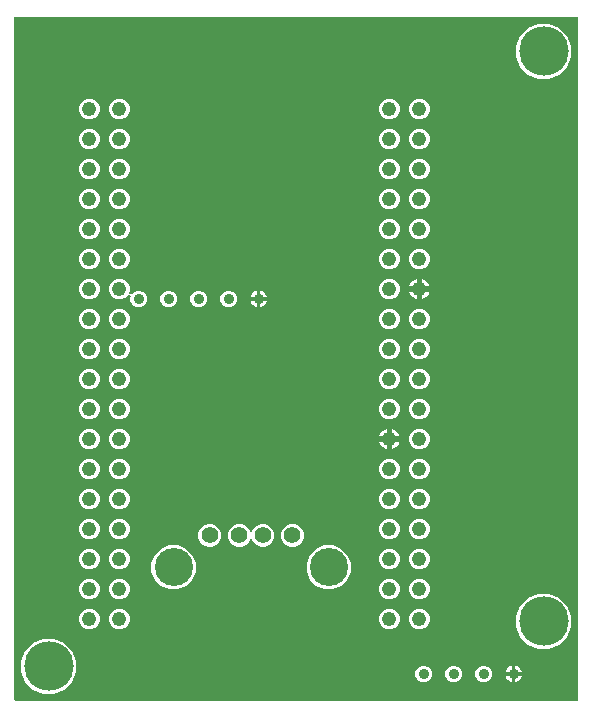
<source format=gbr>
G04 EAGLE Gerber RS-274X export*
G75*
%MOMM*%
%FSLAX34Y34*%
%LPD*%
%INCopper Layer 15*%
%IPPOS*%
%AMOC8*
5,1,8,0,0,1.08239X$1,22.5*%
G01*
%ADD10C,0.904800*%
%ADD11C,1.400000*%
%ADD12C,3.220000*%
%ADD13C,1.244600*%
%ADD14C,4.191000*%

G36*
X478908Y2556D02*
X478908Y2556D01*
X479027Y2563D01*
X479065Y2576D01*
X479106Y2581D01*
X479216Y2624D01*
X479329Y2661D01*
X479364Y2683D01*
X479401Y2698D01*
X479497Y2767D01*
X479598Y2831D01*
X479626Y2861D01*
X479659Y2884D01*
X479735Y2976D01*
X479816Y3063D01*
X479836Y3098D01*
X479861Y3129D01*
X479912Y3237D01*
X479970Y3341D01*
X479980Y3381D01*
X479997Y3417D01*
X480019Y3534D01*
X480049Y3649D01*
X480053Y3709D01*
X480057Y3729D01*
X480055Y3750D01*
X480059Y3810D01*
X480059Y580390D01*
X480044Y580508D01*
X480037Y580627D01*
X480024Y580665D01*
X480019Y580706D01*
X479976Y580816D01*
X479939Y580929D01*
X479917Y580964D01*
X479902Y581001D01*
X479833Y581097D01*
X479769Y581198D01*
X479739Y581226D01*
X479716Y581259D01*
X479624Y581335D01*
X479537Y581416D01*
X479502Y581436D01*
X479471Y581461D01*
X479363Y581512D01*
X479259Y581570D01*
X479219Y581580D01*
X479183Y581597D01*
X479066Y581619D01*
X478951Y581649D01*
X478891Y581653D01*
X478871Y581657D01*
X478850Y581655D01*
X478790Y581659D01*
X3810Y581659D01*
X3692Y581644D01*
X3573Y581637D01*
X3535Y581624D01*
X3494Y581619D01*
X3384Y581576D01*
X3271Y581539D01*
X3236Y581517D01*
X3199Y581502D01*
X3103Y581433D01*
X3002Y581369D01*
X2974Y581339D01*
X2941Y581316D01*
X2865Y581224D01*
X2784Y581137D01*
X2764Y581102D01*
X2739Y581071D01*
X2688Y580963D01*
X2630Y580859D01*
X2620Y580819D01*
X2603Y580783D01*
X2581Y580666D01*
X2551Y580551D01*
X2547Y580491D01*
X2543Y580471D01*
X2545Y580450D01*
X2541Y580390D01*
X2541Y3810D01*
X2556Y3692D01*
X2563Y3573D01*
X2576Y3535D01*
X2581Y3494D01*
X2624Y3384D01*
X2661Y3271D01*
X2683Y3236D01*
X2698Y3199D01*
X2767Y3103D01*
X2831Y3002D01*
X2861Y2974D01*
X2884Y2941D01*
X2976Y2865D01*
X3063Y2784D01*
X3098Y2764D01*
X3129Y2739D01*
X3237Y2688D01*
X3341Y2630D01*
X3381Y2620D01*
X3417Y2603D01*
X3534Y2581D01*
X3649Y2551D01*
X3709Y2547D01*
X3729Y2543D01*
X3750Y2545D01*
X3810Y2541D01*
X478790Y2541D01*
X478908Y2556D01*
G37*
%LPC*%
G36*
X446176Y528954D02*
X446176Y528954D01*
X437541Y532531D01*
X430931Y539141D01*
X427354Y547776D01*
X427354Y557124D01*
X430931Y565759D01*
X437541Y572369D01*
X446176Y575946D01*
X455524Y575946D01*
X464159Y572369D01*
X470769Y565759D01*
X474346Y557124D01*
X474346Y547776D01*
X470769Y539141D01*
X464159Y532531D01*
X455524Y528954D01*
X446176Y528954D01*
G37*
%LPD*%
%LPC*%
G36*
X27076Y8254D02*
X27076Y8254D01*
X18441Y11831D01*
X11831Y18441D01*
X8254Y27076D01*
X8254Y36424D01*
X11831Y45059D01*
X18441Y51669D01*
X27076Y55246D01*
X36424Y55246D01*
X45059Y51669D01*
X51669Y45059D01*
X55246Y36424D01*
X55246Y27076D01*
X51669Y18441D01*
X45059Y11831D01*
X36424Y8254D01*
X27076Y8254D01*
G37*
%LPD*%
%LPC*%
G36*
X446176Y46354D02*
X446176Y46354D01*
X437541Y49931D01*
X430931Y56541D01*
X427354Y65176D01*
X427354Y74524D01*
X430931Y83159D01*
X437541Y89769D01*
X446176Y93346D01*
X455524Y93346D01*
X464159Y89769D01*
X470769Y83159D01*
X474346Y74524D01*
X474346Y65176D01*
X470769Y56541D01*
X464159Y49931D01*
X455524Y46354D01*
X446176Y46354D01*
G37*
%LPD*%
%LPC*%
G36*
X133792Y96858D02*
X133792Y96858D01*
X126941Y99696D01*
X121697Y104940D01*
X118859Y111791D01*
X118859Y119207D01*
X121697Y126058D01*
X126941Y131302D01*
X133792Y134140D01*
X141208Y134140D01*
X148059Y131302D01*
X153303Y126058D01*
X156141Y119207D01*
X156141Y111791D01*
X153303Y104940D01*
X148059Y99696D01*
X141208Y96858D01*
X133792Y96858D01*
G37*
%LPD*%
%LPC*%
G36*
X265192Y96858D02*
X265192Y96858D01*
X258341Y99696D01*
X253097Y104940D01*
X250259Y111791D01*
X250259Y119207D01*
X253097Y126058D01*
X258341Y131302D01*
X265192Y134140D01*
X272608Y134140D01*
X279459Y131302D01*
X284703Y126058D01*
X287541Y119207D01*
X287541Y111791D01*
X284703Y104940D01*
X279459Y99696D01*
X272608Y96858D01*
X265192Y96858D01*
G37*
%LPD*%
%LPC*%
G36*
X191302Y133059D02*
X191302Y133059D01*
X187796Y134512D01*
X185112Y137196D01*
X183659Y140702D01*
X183659Y144498D01*
X185112Y148004D01*
X187796Y150688D01*
X191302Y152141D01*
X195098Y152141D01*
X198604Y150688D01*
X201288Y148004D01*
X202027Y146220D01*
X202096Y146099D01*
X202161Y145976D01*
X202175Y145961D01*
X202185Y145944D01*
X202282Y145844D01*
X202375Y145741D01*
X202392Y145730D01*
X202406Y145715D01*
X202524Y145643D01*
X202641Y145566D01*
X202660Y145560D01*
X202677Y145549D01*
X202810Y145508D01*
X202942Y145463D01*
X202962Y145461D01*
X202981Y145455D01*
X203120Y145449D01*
X203259Y145438D01*
X203279Y145441D01*
X203299Y145440D01*
X203435Y145468D01*
X203572Y145492D01*
X203591Y145501D01*
X203610Y145505D01*
X203735Y145566D01*
X203862Y145623D01*
X203878Y145635D01*
X203896Y145644D01*
X204002Y145735D01*
X204110Y145821D01*
X204123Y145838D01*
X204138Y145851D01*
X204218Y145965D01*
X204302Y146075D01*
X204314Y146101D01*
X204321Y146111D01*
X204328Y146130D01*
X204373Y146220D01*
X205112Y148004D01*
X207796Y150688D01*
X211302Y152141D01*
X215098Y152141D01*
X218604Y150688D01*
X221288Y148004D01*
X222741Y144498D01*
X222741Y140702D01*
X221288Y137196D01*
X218604Y134512D01*
X215098Y133059D01*
X211302Y133059D01*
X207796Y134512D01*
X205112Y137196D01*
X204373Y138980D01*
X204304Y139100D01*
X204239Y139224D01*
X204225Y139239D01*
X204215Y139256D01*
X204119Y139356D01*
X204025Y139459D01*
X204008Y139470D01*
X203994Y139485D01*
X203875Y139557D01*
X203759Y139634D01*
X203740Y139640D01*
X203723Y139651D01*
X203590Y139692D01*
X203458Y139737D01*
X203438Y139739D01*
X203419Y139745D01*
X203280Y139751D01*
X203141Y139762D01*
X203121Y139759D01*
X203101Y139760D01*
X202965Y139732D01*
X202828Y139708D01*
X202809Y139699D01*
X202790Y139695D01*
X202665Y139634D01*
X202538Y139577D01*
X202522Y139565D01*
X202504Y139556D01*
X202398Y139465D01*
X202290Y139379D01*
X202277Y139362D01*
X202262Y139349D01*
X202182Y139236D01*
X202098Y139125D01*
X202086Y139099D01*
X202079Y139089D01*
X202072Y139070D01*
X202027Y138980D01*
X201288Y137196D01*
X198604Y134512D01*
X195098Y133059D01*
X191302Y133059D01*
G37*
%LPD*%
%LPC*%
G36*
X106545Y335835D02*
X106545Y335835D01*
X103948Y336911D01*
X101961Y338898D01*
X100885Y341495D01*
X100885Y344305D01*
X101050Y344703D01*
X101068Y344770D01*
X101096Y344834D01*
X101110Y344923D01*
X101134Y345010D01*
X101135Y345079D01*
X101146Y345148D01*
X101138Y345238D01*
X101139Y345328D01*
X101123Y345395D01*
X101116Y345465D01*
X101086Y345550D01*
X101065Y345637D01*
X101032Y345698D01*
X101009Y345764D01*
X100958Y345839D01*
X100916Y345918D01*
X100869Y345970D01*
X100830Y346027D01*
X100763Y346087D01*
X100702Y346153D01*
X100644Y346192D01*
X100592Y346238D01*
X100512Y346279D01*
X100437Y346328D01*
X100370Y346351D01*
X100308Y346382D01*
X100221Y346402D01*
X100136Y346431D01*
X100066Y346437D01*
X99998Y346452D01*
X99908Y346449D01*
X99819Y346456D01*
X99750Y346445D01*
X99680Y346442D01*
X99594Y346417D01*
X99505Y346402D01*
X99442Y346373D01*
X99375Y346354D01*
X99297Y346308D01*
X99215Y346272D01*
X99161Y346228D01*
X99101Y346192D01*
X98980Y346086D01*
X96664Y343770D01*
X93443Y342436D01*
X89957Y342436D01*
X86736Y343770D01*
X84270Y346236D01*
X82936Y349457D01*
X82936Y352943D01*
X84270Y356164D01*
X86736Y358630D01*
X89957Y359964D01*
X93443Y359964D01*
X96664Y358630D01*
X99130Y356164D01*
X100464Y352943D01*
X100464Y349457D01*
X100040Y348435D01*
X100022Y348367D01*
X99994Y348303D01*
X99980Y348215D01*
X99956Y348128D01*
X99955Y348058D01*
X99944Y347989D01*
X99953Y347900D01*
X99951Y347810D01*
X99968Y347742D01*
X99974Y347673D01*
X100005Y347588D01*
X100026Y347501D01*
X100058Y347439D01*
X100082Y347373D01*
X100132Y347299D01*
X100174Y347220D01*
X100221Y347168D01*
X100260Y347110D01*
X100328Y347051D01*
X100388Y346984D01*
X100446Y346946D01*
X100499Y346900D01*
X100579Y346859D01*
X100654Y346810D01*
X100720Y346787D01*
X100782Y346755D01*
X100870Y346736D01*
X100955Y346706D01*
X101024Y346701D01*
X101092Y346686D01*
X101182Y346688D01*
X101272Y346681D01*
X101341Y346693D01*
X101410Y346695D01*
X101497Y346720D01*
X101585Y346736D01*
X101649Y346764D01*
X101716Y346784D01*
X101793Y346829D01*
X101875Y346866D01*
X101930Y346910D01*
X101990Y346945D01*
X102111Y347052D01*
X103948Y348889D01*
X106545Y349965D01*
X109355Y349965D01*
X111952Y348889D01*
X113939Y346902D01*
X115015Y344305D01*
X115015Y341495D01*
X113939Y338898D01*
X111952Y336911D01*
X109355Y335835D01*
X106545Y335835D01*
G37*
%LPD*%
%LPC*%
G36*
X236302Y133059D02*
X236302Y133059D01*
X232796Y134512D01*
X230112Y137196D01*
X228659Y140702D01*
X228659Y144498D01*
X230112Y148004D01*
X232796Y150688D01*
X236302Y152141D01*
X240098Y152141D01*
X243604Y150688D01*
X246288Y148004D01*
X247741Y144498D01*
X247741Y140702D01*
X246288Y137196D01*
X243604Y134512D01*
X240098Y133059D01*
X236302Y133059D01*
G37*
%LPD*%
%LPC*%
G36*
X166302Y133059D02*
X166302Y133059D01*
X162796Y134512D01*
X160112Y137196D01*
X158659Y140702D01*
X158659Y144498D01*
X160112Y148004D01*
X162796Y150688D01*
X166302Y152141D01*
X170098Y152141D01*
X173604Y150688D01*
X176288Y148004D01*
X177741Y144498D01*
X177741Y140702D01*
X176288Y137196D01*
X173604Y134512D01*
X170098Y133059D01*
X166302Y133059D01*
G37*
%LPD*%
%LPC*%
G36*
X343957Y494836D02*
X343957Y494836D01*
X340736Y496170D01*
X338270Y498636D01*
X336936Y501857D01*
X336936Y505343D01*
X338270Y508564D01*
X340736Y511030D01*
X343957Y512364D01*
X347443Y512364D01*
X350664Y511030D01*
X353130Y508564D01*
X354464Y505343D01*
X354464Y501857D01*
X353130Y498636D01*
X350664Y496170D01*
X347443Y494836D01*
X343957Y494836D01*
G37*
%LPD*%
%LPC*%
G36*
X318557Y494836D02*
X318557Y494836D01*
X315336Y496170D01*
X312870Y498636D01*
X311536Y501857D01*
X311536Y505343D01*
X312870Y508564D01*
X315336Y511030D01*
X318557Y512364D01*
X322043Y512364D01*
X325264Y511030D01*
X327730Y508564D01*
X329064Y505343D01*
X329064Y501857D01*
X327730Y498636D01*
X325264Y496170D01*
X322043Y494836D01*
X318557Y494836D01*
G37*
%LPD*%
%LPC*%
G36*
X89957Y494836D02*
X89957Y494836D01*
X86736Y496170D01*
X84270Y498636D01*
X82936Y501857D01*
X82936Y505343D01*
X84270Y508564D01*
X86736Y511030D01*
X89957Y512364D01*
X93443Y512364D01*
X96664Y511030D01*
X99130Y508564D01*
X100464Y505343D01*
X100464Y501857D01*
X99130Y498636D01*
X96664Y496170D01*
X93443Y494836D01*
X89957Y494836D01*
G37*
%LPD*%
%LPC*%
G36*
X64557Y494836D02*
X64557Y494836D01*
X61336Y496170D01*
X58870Y498636D01*
X57536Y501857D01*
X57536Y505343D01*
X58870Y508564D01*
X61336Y511030D01*
X64557Y512364D01*
X68043Y512364D01*
X71264Y511030D01*
X73730Y508564D01*
X75064Y505343D01*
X75064Y501857D01*
X73730Y498636D01*
X71264Y496170D01*
X68043Y494836D01*
X64557Y494836D01*
G37*
%LPD*%
%LPC*%
G36*
X343957Y469436D02*
X343957Y469436D01*
X340736Y470770D01*
X338270Y473236D01*
X336936Y476457D01*
X336936Y479943D01*
X338270Y483164D01*
X340736Y485630D01*
X343957Y486964D01*
X347443Y486964D01*
X350664Y485630D01*
X353130Y483164D01*
X354464Y479943D01*
X354464Y476457D01*
X353130Y473236D01*
X350664Y470770D01*
X347443Y469436D01*
X343957Y469436D01*
G37*
%LPD*%
%LPC*%
G36*
X318557Y469436D02*
X318557Y469436D01*
X315336Y470770D01*
X312870Y473236D01*
X311536Y476457D01*
X311536Y479943D01*
X312870Y483164D01*
X315336Y485630D01*
X318557Y486964D01*
X322043Y486964D01*
X325264Y485630D01*
X327730Y483164D01*
X329064Y479943D01*
X329064Y476457D01*
X327730Y473236D01*
X325264Y470770D01*
X322043Y469436D01*
X318557Y469436D01*
G37*
%LPD*%
%LPC*%
G36*
X89957Y469436D02*
X89957Y469436D01*
X86736Y470770D01*
X84270Y473236D01*
X82936Y476457D01*
X82936Y479943D01*
X84270Y483164D01*
X86736Y485630D01*
X89957Y486964D01*
X93443Y486964D01*
X96664Y485630D01*
X99130Y483164D01*
X100464Y479943D01*
X100464Y476457D01*
X99130Y473236D01*
X96664Y470770D01*
X93443Y469436D01*
X89957Y469436D01*
G37*
%LPD*%
%LPC*%
G36*
X64557Y469436D02*
X64557Y469436D01*
X61336Y470770D01*
X58870Y473236D01*
X57536Y476457D01*
X57536Y479943D01*
X58870Y483164D01*
X61336Y485630D01*
X64557Y486964D01*
X68043Y486964D01*
X71264Y485630D01*
X73730Y483164D01*
X75064Y479943D01*
X75064Y476457D01*
X73730Y473236D01*
X71264Y470770D01*
X68043Y469436D01*
X64557Y469436D01*
G37*
%LPD*%
%LPC*%
G36*
X343957Y444036D02*
X343957Y444036D01*
X340736Y445370D01*
X338270Y447836D01*
X336936Y451057D01*
X336936Y454543D01*
X338270Y457764D01*
X340736Y460230D01*
X343957Y461564D01*
X347443Y461564D01*
X350664Y460230D01*
X353130Y457764D01*
X354464Y454543D01*
X354464Y451057D01*
X353130Y447836D01*
X350664Y445370D01*
X347443Y444036D01*
X343957Y444036D01*
G37*
%LPD*%
%LPC*%
G36*
X318557Y444036D02*
X318557Y444036D01*
X315336Y445370D01*
X312870Y447836D01*
X311536Y451057D01*
X311536Y454543D01*
X312870Y457764D01*
X315336Y460230D01*
X318557Y461564D01*
X322043Y461564D01*
X325264Y460230D01*
X327730Y457764D01*
X329064Y454543D01*
X329064Y451057D01*
X327730Y447836D01*
X325264Y445370D01*
X322043Y444036D01*
X318557Y444036D01*
G37*
%LPD*%
%LPC*%
G36*
X64557Y444036D02*
X64557Y444036D01*
X61336Y445370D01*
X58870Y447836D01*
X57536Y451057D01*
X57536Y454543D01*
X58870Y457764D01*
X61336Y460230D01*
X64557Y461564D01*
X68043Y461564D01*
X71264Y460230D01*
X73730Y457764D01*
X75064Y454543D01*
X75064Y451057D01*
X73730Y447836D01*
X71264Y445370D01*
X68043Y444036D01*
X64557Y444036D01*
G37*
%LPD*%
%LPC*%
G36*
X343957Y418636D02*
X343957Y418636D01*
X340736Y419970D01*
X338270Y422436D01*
X336936Y425657D01*
X336936Y429143D01*
X338270Y432364D01*
X340736Y434830D01*
X343957Y436164D01*
X347443Y436164D01*
X350664Y434830D01*
X353130Y432364D01*
X354464Y429143D01*
X354464Y425657D01*
X353130Y422436D01*
X350664Y419970D01*
X347443Y418636D01*
X343957Y418636D01*
G37*
%LPD*%
%LPC*%
G36*
X318557Y418636D02*
X318557Y418636D01*
X315336Y419970D01*
X312870Y422436D01*
X311536Y425657D01*
X311536Y429143D01*
X312870Y432364D01*
X315336Y434830D01*
X318557Y436164D01*
X322043Y436164D01*
X325264Y434830D01*
X327730Y432364D01*
X329064Y429143D01*
X329064Y425657D01*
X327730Y422436D01*
X325264Y419970D01*
X322043Y418636D01*
X318557Y418636D01*
G37*
%LPD*%
%LPC*%
G36*
X89957Y418636D02*
X89957Y418636D01*
X86736Y419970D01*
X84270Y422436D01*
X82936Y425657D01*
X82936Y429143D01*
X84270Y432364D01*
X86736Y434830D01*
X89957Y436164D01*
X93443Y436164D01*
X96664Y434830D01*
X99130Y432364D01*
X100464Y429143D01*
X100464Y425657D01*
X99130Y422436D01*
X96664Y419970D01*
X93443Y418636D01*
X89957Y418636D01*
G37*
%LPD*%
%LPC*%
G36*
X64557Y418636D02*
X64557Y418636D01*
X61336Y419970D01*
X58870Y422436D01*
X57536Y425657D01*
X57536Y429143D01*
X58870Y432364D01*
X61336Y434830D01*
X64557Y436164D01*
X68043Y436164D01*
X71264Y434830D01*
X73730Y432364D01*
X75064Y429143D01*
X75064Y425657D01*
X73730Y422436D01*
X71264Y419970D01*
X68043Y418636D01*
X64557Y418636D01*
G37*
%LPD*%
%LPC*%
G36*
X89957Y393236D02*
X89957Y393236D01*
X86736Y394570D01*
X84270Y397036D01*
X82936Y400257D01*
X82936Y403743D01*
X84270Y406964D01*
X86736Y409430D01*
X89957Y410764D01*
X93443Y410764D01*
X96664Y409430D01*
X99130Y406964D01*
X100464Y403743D01*
X100464Y400257D01*
X99130Y397036D01*
X96664Y394570D01*
X93443Y393236D01*
X89957Y393236D01*
G37*
%LPD*%
%LPC*%
G36*
X64557Y393236D02*
X64557Y393236D01*
X61336Y394570D01*
X58870Y397036D01*
X57536Y400257D01*
X57536Y403743D01*
X58870Y406964D01*
X61336Y409430D01*
X64557Y410764D01*
X68043Y410764D01*
X71264Y409430D01*
X73730Y406964D01*
X75064Y403743D01*
X75064Y400257D01*
X73730Y397036D01*
X71264Y394570D01*
X68043Y393236D01*
X64557Y393236D01*
G37*
%LPD*%
%LPC*%
G36*
X343957Y393236D02*
X343957Y393236D01*
X340736Y394570D01*
X338270Y397036D01*
X336936Y400257D01*
X336936Y403743D01*
X338270Y406964D01*
X340736Y409430D01*
X343957Y410764D01*
X347443Y410764D01*
X350664Y409430D01*
X353130Y406964D01*
X354464Y403743D01*
X354464Y400257D01*
X353130Y397036D01*
X350664Y394570D01*
X347443Y393236D01*
X343957Y393236D01*
G37*
%LPD*%
%LPC*%
G36*
X318557Y393236D02*
X318557Y393236D01*
X315336Y394570D01*
X312870Y397036D01*
X311536Y400257D01*
X311536Y403743D01*
X312870Y406964D01*
X315336Y409430D01*
X318557Y410764D01*
X322043Y410764D01*
X325264Y409430D01*
X327730Y406964D01*
X329064Y403743D01*
X329064Y400257D01*
X327730Y397036D01*
X325264Y394570D01*
X322043Y393236D01*
X318557Y393236D01*
G37*
%LPD*%
%LPC*%
G36*
X89957Y367836D02*
X89957Y367836D01*
X86736Y369170D01*
X84270Y371636D01*
X82936Y374857D01*
X82936Y378343D01*
X84270Y381564D01*
X86736Y384030D01*
X89957Y385364D01*
X93443Y385364D01*
X96664Y384030D01*
X99130Y381564D01*
X100464Y378343D01*
X100464Y374857D01*
X99130Y371636D01*
X96664Y369170D01*
X93443Y367836D01*
X89957Y367836D01*
G37*
%LPD*%
%LPC*%
G36*
X64557Y367836D02*
X64557Y367836D01*
X61336Y369170D01*
X58870Y371636D01*
X57536Y374857D01*
X57536Y378343D01*
X58870Y381564D01*
X61336Y384030D01*
X64557Y385364D01*
X68043Y385364D01*
X71264Y384030D01*
X73730Y381564D01*
X75064Y378343D01*
X75064Y374857D01*
X73730Y371636D01*
X71264Y369170D01*
X68043Y367836D01*
X64557Y367836D01*
G37*
%LPD*%
%LPC*%
G36*
X343957Y367836D02*
X343957Y367836D01*
X340736Y369170D01*
X338270Y371636D01*
X336936Y374857D01*
X336936Y378343D01*
X338270Y381564D01*
X340736Y384030D01*
X343957Y385364D01*
X347443Y385364D01*
X350664Y384030D01*
X353130Y381564D01*
X354464Y378343D01*
X354464Y374857D01*
X353130Y371636D01*
X350664Y369170D01*
X347443Y367836D01*
X343957Y367836D01*
G37*
%LPD*%
%LPC*%
G36*
X318557Y367836D02*
X318557Y367836D01*
X315336Y369170D01*
X312870Y371636D01*
X311536Y374857D01*
X311536Y378343D01*
X312870Y381564D01*
X315336Y384030D01*
X318557Y385364D01*
X322043Y385364D01*
X325264Y384030D01*
X327730Y381564D01*
X329064Y378343D01*
X329064Y374857D01*
X327730Y371636D01*
X325264Y369170D01*
X322043Y367836D01*
X318557Y367836D01*
G37*
%LPD*%
%LPC*%
G36*
X318557Y342436D02*
X318557Y342436D01*
X315336Y343770D01*
X312870Y346236D01*
X311536Y349457D01*
X311536Y352943D01*
X312870Y356164D01*
X315336Y358630D01*
X318557Y359964D01*
X322043Y359964D01*
X325264Y358630D01*
X327730Y356164D01*
X329064Y352943D01*
X329064Y349457D01*
X327730Y346236D01*
X325264Y343770D01*
X322043Y342436D01*
X318557Y342436D01*
G37*
%LPD*%
%LPC*%
G36*
X64557Y342436D02*
X64557Y342436D01*
X61336Y343770D01*
X58870Y346236D01*
X57536Y349457D01*
X57536Y352943D01*
X58870Y356164D01*
X61336Y358630D01*
X64557Y359964D01*
X68043Y359964D01*
X71264Y358630D01*
X73730Y356164D01*
X75064Y352943D01*
X75064Y349457D01*
X73730Y346236D01*
X71264Y343770D01*
X68043Y342436D01*
X64557Y342436D01*
G37*
%LPD*%
%LPC*%
G36*
X343957Y63036D02*
X343957Y63036D01*
X340736Y64370D01*
X338270Y66836D01*
X336936Y70057D01*
X336936Y73543D01*
X338270Y76764D01*
X340736Y79230D01*
X343957Y80564D01*
X347443Y80564D01*
X350664Y79230D01*
X353130Y76764D01*
X354464Y73543D01*
X354464Y70057D01*
X353130Y66836D01*
X350664Y64370D01*
X347443Y63036D01*
X343957Y63036D01*
G37*
%LPD*%
%LPC*%
G36*
X318557Y63036D02*
X318557Y63036D01*
X315336Y64370D01*
X312870Y66836D01*
X311536Y70057D01*
X311536Y73543D01*
X312870Y76764D01*
X315336Y79230D01*
X318557Y80564D01*
X322043Y80564D01*
X325264Y79230D01*
X327730Y76764D01*
X329064Y73543D01*
X329064Y70057D01*
X327730Y66836D01*
X325264Y64370D01*
X322043Y63036D01*
X318557Y63036D01*
G37*
%LPD*%
%LPC*%
G36*
X89957Y63036D02*
X89957Y63036D01*
X86736Y64370D01*
X84270Y66836D01*
X82936Y70057D01*
X82936Y73543D01*
X84270Y76764D01*
X86736Y79230D01*
X89957Y80564D01*
X93443Y80564D01*
X96664Y79230D01*
X99130Y76764D01*
X100464Y73543D01*
X100464Y70057D01*
X99130Y66836D01*
X96664Y64370D01*
X93443Y63036D01*
X89957Y63036D01*
G37*
%LPD*%
%LPC*%
G36*
X64557Y63036D02*
X64557Y63036D01*
X61336Y64370D01*
X58870Y66836D01*
X57536Y70057D01*
X57536Y73543D01*
X58870Y76764D01*
X61336Y79230D01*
X64557Y80564D01*
X68043Y80564D01*
X71264Y79230D01*
X73730Y76764D01*
X75064Y73543D01*
X75064Y70057D01*
X73730Y66836D01*
X71264Y64370D01*
X68043Y63036D01*
X64557Y63036D01*
G37*
%LPD*%
%LPC*%
G36*
X343957Y266236D02*
X343957Y266236D01*
X340736Y267570D01*
X338270Y270036D01*
X336936Y273257D01*
X336936Y276743D01*
X338270Y279964D01*
X340736Y282430D01*
X343957Y283764D01*
X347443Y283764D01*
X350664Y282430D01*
X353130Y279964D01*
X354464Y276743D01*
X354464Y273257D01*
X353130Y270036D01*
X350664Y267570D01*
X347443Y266236D01*
X343957Y266236D01*
G37*
%LPD*%
%LPC*%
G36*
X343957Y317036D02*
X343957Y317036D01*
X340736Y318370D01*
X338270Y320836D01*
X336936Y324057D01*
X336936Y327543D01*
X338270Y330764D01*
X340736Y333230D01*
X343957Y334564D01*
X347443Y334564D01*
X350664Y333230D01*
X353130Y330764D01*
X354464Y327543D01*
X354464Y324057D01*
X353130Y320836D01*
X350664Y318370D01*
X347443Y317036D01*
X343957Y317036D01*
G37*
%LPD*%
%LPC*%
G36*
X318557Y317036D02*
X318557Y317036D01*
X315336Y318370D01*
X312870Y320836D01*
X311536Y324057D01*
X311536Y327543D01*
X312870Y330764D01*
X315336Y333230D01*
X318557Y334564D01*
X322043Y334564D01*
X325264Y333230D01*
X327730Y330764D01*
X329064Y327543D01*
X329064Y324057D01*
X327730Y320836D01*
X325264Y318370D01*
X322043Y317036D01*
X318557Y317036D01*
G37*
%LPD*%
%LPC*%
G36*
X89957Y317036D02*
X89957Y317036D01*
X86736Y318370D01*
X84270Y320836D01*
X82936Y324057D01*
X82936Y327543D01*
X84270Y330764D01*
X86736Y333230D01*
X89957Y334564D01*
X93443Y334564D01*
X96664Y333230D01*
X99130Y330764D01*
X100464Y327543D01*
X100464Y324057D01*
X99130Y320836D01*
X96664Y318370D01*
X93443Y317036D01*
X89957Y317036D01*
G37*
%LPD*%
%LPC*%
G36*
X64557Y317036D02*
X64557Y317036D01*
X61336Y318370D01*
X58870Y320836D01*
X57536Y324057D01*
X57536Y327543D01*
X58870Y330764D01*
X61336Y333230D01*
X64557Y334564D01*
X68043Y334564D01*
X71264Y333230D01*
X73730Y330764D01*
X75064Y327543D01*
X75064Y324057D01*
X73730Y320836D01*
X71264Y318370D01*
X68043Y317036D01*
X64557Y317036D01*
G37*
%LPD*%
%LPC*%
G36*
X89957Y291636D02*
X89957Y291636D01*
X86736Y292970D01*
X84270Y295436D01*
X82936Y298657D01*
X82936Y302143D01*
X84270Y305364D01*
X86736Y307830D01*
X89957Y309164D01*
X93443Y309164D01*
X96664Y307830D01*
X99130Y305364D01*
X100464Y302143D01*
X100464Y298657D01*
X99130Y295436D01*
X96664Y292970D01*
X93443Y291636D01*
X89957Y291636D01*
G37*
%LPD*%
%LPC*%
G36*
X64557Y291636D02*
X64557Y291636D01*
X61336Y292970D01*
X58870Y295436D01*
X57536Y298657D01*
X57536Y302143D01*
X58870Y305364D01*
X61336Y307830D01*
X64557Y309164D01*
X68043Y309164D01*
X71264Y307830D01*
X73730Y305364D01*
X75064Y302143D01*
X75064Y298657D01*
X73730Y295436D01*
X71264Y292970D01*
X68043Y291636D01*
X64557Y291636D01*
G37*
%LPD*%
%LPC*%
G36*
X343957Y291636D02*
X343957Y291636D01*
X340736Y292970D01*
X338270Y295436D01*
X336936Y298657D01*
X336936Y302143D01*
X338270Y305364D01*
X340736Y307830D01*
X343957Y309164D01*
X347443Y309164D01*
X350664Y307830D01*
X353130Y305364D01*
X354464Y302143D01*
X354464Y298657D01*
X353130Y295436D01*
X350664Y292970D01*
X347443Y291636D01*
X343957Y291636D01*
G37*
%LPD*%
%LPC*%
G36*
X318557Y291636D02*
X318557Y291636D01*
X315336Y292970D01*
X312870Y295436D01*
X311536Y298657D01*
X311536Y302143D01*
X312870Y305364D01*
X315336Y307830D01*
X318557Y309164D01*
X322043Y309164D01*
X325264Y307830D01*
X327730Y305364D01*
X329064Y302143D01*
X329064Y298657D01*
X327730Y295436D01*
X325264Y292970D01*
X322043Y291636D01*
X318557Y291636D01*
G37*
%LPD*%
%LPC*%
G36*
X89957Y266236D02*
X89957Y266236D01*
X86736Y267570D01*
X84270Y270036D01*
X82936Y273257D01*
X82936Y276743D01*
X84270Y279964D01*
X86736Y282430D01*
X89957Y283764D01*
X93443Y283764D01*
X96664Y282430D01*
X99130Y279964D01*
X100464Y276743D01*
X100464Y273257D01*
X99130Y270036D01*
X96664Y267570D01*
X93443Y266236D01*
X89957Y266236D01*
G37*
%LPD*%
%LPC*%
G36*
X64557Y266236D02*
X64557Y266236D01*
X61336Y267570D01*
X58870Y270036D01*
X57536Y273257D01*
X57536Y276743D01*
X58870Y279964D01*
X61336Y282430D01*
X64557Y283764D01*
X68043Y283764D01*
X71264Y282430D01*
X73730Y279964D01*
X75064Y276743D01*
X75064Y273257D01*
X73730Y270036D01*
X71264Y267570D01*
X68043Y266236D01*
X64557Y266236D01*
G37*
%LPD*%
%LPC*%
G36*
X89957Y444036D02*
X89957Y444036D01*
X86736Y445370D01*
X84270Y447836D01*
X82936Y451057D01*
X82936Y454543D01*
X84270Y457764D01*
X86736Y460230D01*
X89957Y461564D01*
X93443Y461564D01*
X96664Y460230D01*
X99130Y457764D01*
X100464Y454543D01*
X100464Y451057D01*
X99130Y447836D01*
X96664Y445370D01*
X93443Y444036D01*
X89957Y444036D01*
G37*
%LPD*%
%LPC*%
G36*
X318557Y266236D02*
X318557Y266236D01*
X315336Y267570D01*
X312870Y270036D01*
X311536Y273257D01*
X311536Y276743D01*
X312870Y279964D01*
X315336Y282430D01*
X318557Y283764D01*
X322043Y283764D01*
X325264Y282430D01*
X327730Y279964D01*
X329064Y276743D01*
X329064Y273257D01*
X327730Y270036D01*
X325264Y267570D01*
X322043Y266236D01*
X318557Y266236D01*
G37*
%LPD*%
%LPC*%
G36*
X343957Y240836D02*
X343957Y240836D01*
X340736Y242170D01*
X338270Y244636D01*
X336936Y247857D01*
X336936Y251343D01*
X338270Y254564D01*
X340736Y257030D01*
X343957Y258364D01*
X347443Y258364D01*
X350664Y257030D01*
X353130Y254564D01*
X354464Y251343D01*
X354464Y247857D01*
X353130Y244636D01*
X350664Y242170D01*
X347443Y240836D01*
X343957Y240836D01*
G37*
%LPD*%
%LPC*%
G36*
X318557Y240836D02*
X318557Y240836D01*
X315336Y242170D01*
X312870Y244636D01*
X311536Y247857D01*
X311536Y251343D01*
X312870Y254564D01*
X315336Y257030D01*
X318557Y258364D01*
X322043Y258364D01*
X325264Y257030D01*
X327730Y254564D01*
X329064Y251343D01*
X329064Y247857D01*
X327730Y244636D01*
X325264Y242170D01*
X322043Y240836D01*
X318557Y240836D01*
G37*
%LPD*%
%LPC*%
G36*
X89957Y240836D02*
X89957Y240836D01*
X86736Y242170D01*
X84270Y244636D01*
X82936Y247857D01*
X82936Y251343D01*
X84270Y254564D01*
X86736Y257030D01*
X89957Y258364D01*
X93443Y258364D01*
X96664Y257030D01*
X99130Y254564D01*
X100464Y251343D01*
X100464Y247857D01*
X99130Y244636D01*
X96664Y242170D01*
X93443Y240836D01*
X89957Y240836D01*
G37*
%LPD*%
%LPC*%
G36*
X64557Y240836D02*
X64557Y240836D01*
X61336Y242170D01*
X58870Y244636D01*
X57536Y247857D01*
X57536Y251343D01*
X58870Y254564D01*
X61336Y257030D01*
X64557Y258364D01*
X68043Y258364D01*
X71264Y257030D01*
X73730Y254564D01*
X75064Y251343D01*
X75064Y247857D01*
X73730Y244636D01*
X71264Y242170D01*
X68043Y240836D01*
X64557Y240836D01*
G37*
%LPD*%
%LPC*%
G36*
X343957Y215436D02*
X343957Y215436D01*
X340736Y216770D01*
X338270Y219236D01*
X336936Y222457D01*
X336936Y225943D01*
X338270Y229164D01*
X340736Y231630D01*
X343957Y232964D01*
X347443Y232964D01*
X350664Y231630D01*
X353130Y229164D01*
X354464Y225943D01*
X354464Y222457D01*
X353130Y219236D01*
X350664Y216770D01*
X347443Y215436D01*
X343957Y215436D01*
G37*
%LPD*%
%LPC*%
G36*
X89957Y215436D02*
X89957Y215436D01*
X86736Y216770D01*
X84270Y219236D01*
X82936Y222457D01*
X82936Y225943D01*
X84270Y229164D01*
X86736Y231630D01*
X89957Y232964D01*
X93443Y232964D01*
X96664Y231630D01*
X99130Y229164D01*
X100464Y225943D01*
X100464Y222457D01*
X99130Y219236D01*
X96664Y216770D01*
X93443Y215436D01*
X89957Y215436D01*
G37*
%LPD*%
%LPC*%
G36*
X64557Y215436D02*
X64557Y215436D01*
X61336Y216770D01*
X58870Y219236D01*
X57536Y222457D01*
X57536Y225943D01*
X58870Y229164D01*
X61336Y231630D01*
X64557Y232964D01*
X68043Y232964D01*
X71264Y231630D01*
X73730Y229164D01*
X75064Y225943D01*
X75064Y222457D01*
X73730Y219236D01*
X71264Y216770D01*
X68043Y215436D01*
X64557Y215436D01*
G37*
%LPD*%
%LPC*%
G36*
X343957Y190036D02*
X343957Y190036D01*
X340736Y191370D01*
X338270Y193836D01*
X336936Y197057D01*
X336936Y200543D01*
X338270Y203764D01*
X340736Y206230D01*
X343957Y207564D01*
X347443Y207564D01*
X350664Y206230D01*
X353130Y203764D01*
X354464Y200543D01*
X354464Y197057D01*
X353130Y193836D01*
X350664Y191370D01*
X347443Y190036D01*
X343957Y190036D01*
G37*
%LPD*%
%LPC*%
G36*
X318557Y190036D02*
X318557Y190036D01*
X315336Y191370D01*
X312870Y193836D01*
X311536Y197057D01*
X311536Y200543D01*
X312870Y203764D01*
X315336Y206230D01*
X318557Y207564D01*
X322043Y207564D01*
X325264Y206230D01*
X327730Y203764D01*
X329064Y200543D01*
X329064Y197057D01*
X327730Y193836D01*
X325264Y191370D01*
X322043Y190036D01*
X318557Y190036D01*
G37*
%LPD*%
%LPC*%
G36*
X89957Y190036D02*
X89957Y190036D01*
X86736Y191370D01*
X84270Y193836D01*
X82936Y197057D01*
X82936Y200543D01*
X84270Y203764D01*
X86736Y206230D01*
X89957Y207564D01*
X93443Y207564D01*
X96664Y206230D01*
X99130Y203764D01*
X100464Y200543D01*
X100464Y197057D01*
X99130Y193836D01*
X96664Y191370D01*
X93443Y190036D01*
X89957Y190036D01*
G37*
%LPD*%
%LPC*%
G36*
X64557Y190036D02*
X64557Y190036D01*
X61336Y191370D01*
X58870Y193836D01*
X57536Y197057D01*
X57536Y200543D01*
X58870Y203764D01*
X61336Y206230D01*
X64557Y207564D01*
X68043Y207564D01*
X71264Y206230D01*
X73730Y203764D01*
X75064Y200543D01*
X75064Y197057D01*
X73730Y193836D01*
X71264Y191370D01*
X68043Y190036D01*
X64557Y190036D01*
G37*
%LPD*%
%LPC*%
G36*
X343957Y164636D02*
X343957Y164636D01*
X340736Y165970D01*
X338270Y168436D01*
X336936Y171657D01*
X336936Y175143D01*
X338270Y178364D01*
X340736Y180830D01*
X343957Y182164D01*
X347443Y182164D01*
X350664Y180830D01*
X353130Y178364D01*
X354464Y175143D01*
X354464Y171657D01*
X353130Y168436D01*
X350664Y165970D01*
X347443Y164636D01*
X343957Y164636D01*
G37*
%LPD*%
%LPC*%
G36*
X318557Y164636D02*
X318557Y164636D01*
X315336Y165970D01*
X312870Y168436D01*
X311536Y171657D01*
X311536Y175143D01*
X312870Y178364D01*
X315336Y180830D01*
X318557Y182164D01*
X322043Y182164D01*
X325264Y180830D01*
X327730Y178364D01*
X329064Y175143D01*
X329064Y171657D01*
X327730Y168436D01*
X325264Y165970D01*
X322043Y164636D01*
X318557Y164636D01*
G37*
%LPD*%
%LPC*%
G36*
X89957Y164636D02*
X89957Y164636D01*
X86736Y165970D01*
X84270Y168436D01*
X82936Y171657D01*
X82936Y175143D01*
X84270Y178364D01*
X86736Y180830D01*
X89957Y182164D01*
X93443Y182164D01*
X96664Y180830D01*
X99130Y178364D01*
X100464Y175143D01*
X100464Y171657D01*
X99130Y168436D01*
X96664Y165970D01*
X93443Y164636D01*
X89957Y164636D01*
G37*
%LPD*%
%LPC*%
G36*
X64557Y164636D02*
X64557Y164636D01*
X61336Y165970D01*
X58870Y168436D01*
X57536Y171657D01*
X57536Y175143D01*
X58870Y178364D01*
X61336Y180830D01*
X64557Y182164D01*
X68043Y182164D01*
X71264Y180830D01*
X73730Y178364D01*
X75064Y175143D01*
X75064Y171657D01*
X73730Y168436D01*
X71264Y165970D01*
X68043Y164636D01*
X64557Y164636D01*
G37*
%LPD*%
%LPC*%
G36*
X64557Y139236D02*
X64557Y139236D01*
X61336Y140570D01*
X58870Y143036D01*
X57536Y146257D01*
X57536Y149743D01*
X58870Y152964D01*
X61336Y155430D01*
X64557Y156764D01*
X68043Y156764D01*
X71264Y155430D01*
X73730Y152964D01*
X75064Y149743D01*
X75064Y146257D01*
X73730Y143036D01*
X71264Y140570D01*
X68043Y139236D01*
X64557Y139236D01*
G37*
%LPD*%
%LPC*%
G36*
X343957Y139236D02*
X343957Y139236D01*
X340736Y140570D01*
X338270Y143036D01*
X336936Y146257D01*
X336936Y149743D01*
X338270Y152964D01*
X340736Y155430D01*
X343957Y156764D01*
X347443Y156764D01*
X350664Y155430D01*
X353130Y152964D01*
X354464Y149743D01*
X354464Y146257D01*
X353130Y143036D01*
X350664Y140570D01*
X347443Y139236D01*
X343957Y139236D01*
G37*
%LPD*%
%LPC*%
G36*
X318557Y139236D02*
X318557Y139236D01*
X315336Y140570D01*
X312870Y143036D01*
X311536Y146257D01*
X311536Y149743D01*
X312870Y152964D01*
X315336Y155430D01*
X318557Y156764D01*
X322043Y156764D01*
X325264Y155430D01*
X327730Y152964D01*
X329064Y149743D01*
X329064Y146257D01*
X327730Y143036D01*
X325264Y140570D01*
X322043Y139236D01*
X318557Y139236D01*
G37*
%LPD*%
%LPC*%
G36*
X89957Y139236D02*
X89957Y139236D01*
X86736Y140570D01*
X84270Y143036D01*
X82936Y146257D01*
X82936Y149743D01*
X84270Y152964D01*
X86736Y155430D01*
X89957Y156764D01*
X93443Y156764D01*
X96664Y155430D01*
X99130Y152964D01*
X100464Y149743D01*
X100464Y146257D01*
X99130Y143036D01*
X96664Y140570D01*
X93443Y139236D01*
X89957Y139236D01*
G37*
%LPD*%
%LPC*%
G36*
X343957Y113836D02*
X343957Y113836D01*
X340736Y115170D01*
X338270Y117636D01*
X336936Y120857D01*
X336936Y124343D01*
X338270Y127564D01*
X340736Y130030D01*
X343957Y131364D01*
X347443Y131364D01*
X350664Y130030D01*
X353130Y127564D01*
X354464Y124343D01*
X354464Y120857D01*
X353130Y117636D01*
X350664Y115170D01*
X347443Y113836D01*
X343957Y113836D01*
G37*
%LPD*%
%LPC*%
G36*
X318557Y113836D02*
X318557Y113836D01*
X315336Y115170D01*
X312870Y117636D01*
X311536Y120857D01*
X311536Y124343D01*
X312870Y127564D01*
X315336Y130030D01*
X318557Y131364D01*
X322043Y131364D01*
X325264Y130030D01*
X327730Y127564D01*
X329064Y124343D01*
X329064Y120857D01*
X327730Y117636D01*
X325264Y115170D01*
X322043Y113836D01*
X318557Y113836D01*
G37*
%LPD*%
%LPC*%
G36*
X89957Y113836D02*
X89957Y113836D01*
X86736Y115170D01*
X84270Y117636D01*
X82936Y120857D01*
X82936Y124343D01*
X84270Y127564D01*
X86736Y130030D01*
X89957Y131364D01*
X93443Y131364D01*
X96664Y130030D01*
X99130Y127564D01*
X100464Y124343D01*
X100464Y120857D01*
X99130Y117636D01*
X96664Y115170D01*
X93443Y113836D01*
X89957Y113836D01*
G37*
%LPD*%
%LPC*%
G36*
X64557Y113836D02*
X64557Y113836D01*
X61336Y115170D01*
X58870Y117636D01*
X57536Y120857D01*
X57536Y124343D01*
X58870Y127564D01*
X61336Y130030D01*
X64557Y131364D01*
X68043Y131364D01*
X71264Y130030D01*
X73730Y127564D01*
X75064Y124343D01*
X75064Y120857D01*
X73730Y117636D01*
X71264Y115170D01*
X68043Y113836D01*
X64557Y113836D01*
G37*
%LPD*%
%LPC*%
G36*
X343957Y88436D02*
X343957Y88436D01*
X340736Y89770D01*
X338270Y92236D01*
X336936Y95457D01*
X336936Y98943D01*
X338270Y102164D01*
X340736Y104630D01*
X343957Y105964D01*
X347443Y105964D01*
X350664Y104630D01*
X353130Y102164D01*
X354464Y98943D01*
X354464Y95457D01*
X353130Y92236D01*
X350664Y89770D01*
X347443Y88436D01*
X343957Y88436D01*
G37*
%LPD*%
%LPC*%
G36*
X318557Y88436D02*
X318557Y88436D01*
X315336Y89770D01*
X312870Y92236D01*
X311536Y95457D01*
X311536Y98943D01*
X312870Y102164D01*
X315336Y104630D01*
X318557Y105964D01*
X322043Y105964D01*
X325264Y104630D01*
X327730Y102164D01*
X329064Y98943D01*
X329064Y95457D01*
X327730Y92236D01*
X325264Y89770D01*
X322043Y88436D01*
X318557Y88436D01*
G37*
%LPD*%
%LPC*%
G36*
X89957Y88436D02*
X89957Y88436D01*
X86736Y89770D01*
X84270Y92236D01*
X82936Y95457D01*
X82936Y98943D01*
X84270Y102164D01*
X86736Y104630D01*
X89957Y105964D01*
X93443Y105964D01*
X96664Y104630D01*
X99130Y102164D01*
X100464Y98943D01*
X100464Y95457D01*
X99130Y92236D01*
X96664Y89770D01*
X93443Y88436D01*
X89957Y88436D01*
G37*
%LPD*%
%LPC*%
G36*
X64557Y88436D02*
X64557Y88436D01*
X61336Y89770D01*
X58870Y92236D01*
X57536Y95457D01*
X57536Y98943D01*
X58870Y102164D01*
X61336Y104630D01*
X64557Y105964D01*
X68043Y105964D01*
X71264Y104630D01*
X73730Y102164D01*
X75064Y98943D01*
X75064Y95457D01*
X73730Y92236D01*
X71264Y89770D01*
X68043Y88436D01*
X64557Y88436D01*
G37*
%LPD*%
%LPC*%
G36*
X182745Y335835D02*
X182745Y335835D01*
X180148Y336911D01*
X178161Y338898D01*
X177085Y341495D01*
X177085Y344305D01*
X178161Y346902D01*
X180148Y348889D01*
X182745Y349965D01*
X185555Y349965D01*
X188152Y348889D01*
X190139Y346902D01*
X191215Y344305D01*
X191215Y341495D01*
X190139Y338898D01*
X188152Y336911D01*
X185555Y335835D01*
X182745Y335835D01*
G37*
%LPD*%
%LPC*%
G36*
X157345Y335835D02*
X157345Y335835D01*
X154748Y336911D01*
X152761Y338898D01*
X151685Y341495D01*
X151685Y344305D01*
X152761Y346902D01*
X154748Y348889D01*
X157345Y349965D01*
X160155Y349965D01*
X162752Y348889D01*
X164739Y346902D01*
X165815Y344305D01*
X165815Y341495D01*
X164739Y338898D01*
X162752Y336911D01*
X160155Y335835D01*
X157345Y335835D01*
G37*
%LPD*%
%LPC*%
G36*
X131945Y335835D02*
X131945Y335835D01*
X129348Y336911D01*
X127361Y338898D01*
X126285Y341495D01*
X126285Y344305D01*
X127361Y346902D01*
X129348Y348889D01*
X131945Y349965D01*
X134755Y349965D01*
X137352Y348889D01*
X139339Y346902D01*
X140415Y344305D01*
X140415Y341495D01*
X139339Y338898D01*
X137352Y336911D01*
X134755Y335835D01*
X131945Y335835D01*
G37*
%LPD*%
%LPC*%
G36*
X398645Y18335D02*
X398645Y18335D01*
X396048Y19411D01*
X394061Y21398D01*
X392985Y23995D01*
X392985Y26805D01*
X394061Y29402D01*
X396048Y31389D01*
X398645Y32465D01*
X401455Y32465D01*
X404052Y31389D01*
X406039Y29402D01*
X407115Y26805D01*
X407115Y23995D01*
X406039Y21398D01*
X404052Y19411D01*
X401455Y18335D01*
X398645Y18335D01*
G37*
%LPD*%
%LPC*%
G36*
X373245Y18335D02*
X373245Y18335D01*
X370648Y19411D01*
X368661Y21398D01*
X367585Y23995D01*
X367585Y26805D01*
X368661Y29402D01*
X370648Y31389D01*
X373245Y32465D01*
X376055Y32465D01*
X378652Y31389D01*
X380639Y29402D01*
X381715Y26805D01*
X381715Y23995D01*
X380639Y21398D01*
X378652Y19411D01*
X376055Y18335D01*
X373245Y18335D01*
G37*
%LPD*%
%LPC*%
G36*
X347845Y18335D02*
X347845Y18335D01*
X345248Y19411D01*
X343261Y21398D01*
X342185Y23995D01*
X342185Y26805D01*
X343261Y29402D01*
X345248Y31389D01*
X347845Y32465D01*
X350655Y32465D01*
X353252Y31389D01*
X355239Y29402D01*
X356315Y26805D01*
X356315Y23995D01*
X355239Y21398D01*
X353252Y19411D01*
X350655Y18335D01*
X347845Y18335D01*
G37*
%LPD*%
%LPC*%
G36*
X347922Y353422D02*
X347922Y353422D01*
X347922Y359693D01*
X348256Y359627D01*
X349851Y358966D01*
X351287Y358007D01*
X352507Y356787D01*
X353466Y355351D01*
X354127Y353756D01*
X354193Y353422D01*
X347922Y353422D01*
G37*
%LPD*%
%LPC*%
G36*
X322522Y226422D02*
X322522Y226422D01*
X322522Y232693D01*
X322856Y232627D01*
X324451Y231966D01*
X325887Y231007D01*
X327107Y229787D01*
X328066Y228351D01*
X328727Y226756D01*
X328793Y226422D01*
X322522Y226422D01*
G37*
%LPD*%
%LPC*%
G36*
X337207Y353422D02*
X337207Y353422D01*
X337273Y353756D01*
X337934Y355351D01*
X338893Y356787D01*
X340113Y358007D01*
X341549Y358966D01*
X343144Y359627D01*
X343478Y359693D01*
X343478Y353422D01*
X337207Y353422D01*
G37*
%LPD*%
%LPC*%
G36*
X347922Y348978D02*
X347922Y348978D01*
X354193Y348978D01*
X354127Y348644D01*
X353466Y347049D01*
X352507Y345613D01*
X351287Y344393D01*
X349851Y343434D01*
X348256Y342773D01*
X347922Y342707D01*
X347922Y348978D01*
G37*
%LPD*%
%LPC*%
G36*
X311807Y226422D02*
X311807Y226422D01*
X311873Y226756D01*
X312534Y228351D01*
X313493Y229787D01*
X314713Y231007D01*
X316149Y231966D01*
X317744Y232627D01*
X318078Y232693D01*
X318078Y226422D01*
X311807Y226422D01*
G37*
%LPD*%
%LPC*%
G36*
X322522Y221978D02*
X322522Y221978D01*
X328793Y221978D01*
X328727Y221644D01*
X328066Y220049D01*
X327107Y218613D01*
X325887Y217393D01*
X324451Y216434D01*
X322856Y215773D01*
X322522Y215707D01*
X322522Y221978D01*
G37*
%LPD*%
%LPC*%
G36*
X343144Y342773D02*
X343144Y342773D01*
X341549Y343434D01*
X340113Y344393D01*
X338893Y345613D01*
X337934Y347049D01*
X337273Y348644D01*
X337207Y348978D01*
X343478Y348978D01*
X343478Y342707D01*
X343144Y342773D01*
G37*
%LPD*%
%LPC*%
G36*
X317744Y215773D02*
X317744Y215773D01*
X316149Y216434D01*
X314713Y217393D01*
X313493Y218613D01*
X312534Y220049D01*
X311873Y221644D01*
X311807Y221978D01*
X318078Y221978D01*
X318078Y215707D01*
X317744Y215773D01*
G37*
%LPD*%
%LPC*%
G36*
X211049Y344399D02*
X211049Y344399D01*
X211049Y349805D01*
X211611Y349693D01*
X212896Y349161D01*
X214053Y348388D01*
X215038Y347403D01*
X215811Y346246D01*
X216343Y344961D01*
X216455Y344399D01*
X211049Y344399D01*
G37*
%LPD*%
%LPC*%
G36*
X426949Y26899D02*
X426949Y26899D01*
X426949Y32305D01*
X427511Y32193D01*
X428796Y31661D01*
X429953Y30888D01*
X430938Y29903D01*
X431711Y28746D01*
X432243Y27461D01*
X432355Y26899D01*
X426949Y26899D01*
G37*
%LPD*%
%LPC*%
G36*
X211049Y341401D02*
X211049Y341401D01*
X216455Y341401D01*
X216343Y340839D01*
X215811Y339554D01*
X215038Y338397D01*
X214053Y337412D01*
X212896Y336639D01*
X211611Y336107D01*
X211049Y335995D01*
X211049Y341401D01*
G37*
%LPD*%
%LPC*%
G36*
X202645Y344399D02*
X202645Y344399D01*
X202757Y344961D01*
X203289Y346246D01*
X204062Y347403D01*
X205047Y348388D01*
X206204Y349161D01*
X207489Y349693D01*
X208051Y349805D01*
X208051Y344399D01*
X202645Y344399D01*
G37*
%LPD*%
%LPC*%
G36*
X418545Y26899D02*
X418545Y26899D01*
X418657Y27461D01*
X419189Y28746D01*
X419962Y29903D01*
X420947Y30888D01*
X422104Y31661D01*
X423389Y32193D01*
X423951Y32305D01*
X423951Y26899D01*
X418545Y26899D01*
G37*
%LPD*%
%LPC*%
G36*
X426949Y23901D02*
X426949Y23901D01*
X432355Y23901D01*
X432243Y23339D01*
X431711Y22054D01*
X430938Y20897D01*
X429953Y19912D01*
X428796Y19139D01*
X427511Y18607D01*
X426949Y18495D01*
X426949Y23901D01*
G37*
%LPD*%
%LPC*%
G36*
X207489Y336107D02*
X207489Y336107D01*
X206204Y336639D01*
X205047Y337412D01*
X204062Y338397D01*
X203289Y339554D01*
X202757Y340839D01*
X202645Y341401D01*
X208051Y341401D01*
X208051Y335995D01*
X207489Y336107D01*
G37*
%LPD*%
%LPC*%
G36*
X423389Y18607D02*
X423389Y18607D01*
X422104Y19139D01*
X420947Y19912D01*
X419962Y20897D01*
X419189Y22054D01*
X418657Y23339D01*
X418545Y23901D01*
X423951Y23901D01*
X423951Y18495D01*
X423389Y18607D01*
G37*
%LPD*%
D10*
X107950Y342900D03*
X133350Y342900D03*
X158750Y342900D03*
X184150Y342900D03*
X209550Y342900D03*
D11*
X168200Y142600D03*
X193200Y142600D03*
X213200Y142600D03*
X238200Y142600D03*
D12*
X137500Y115499D03*
X268900Y115499D03*
D10*
X349250Y25400D03*
X374650Y25400D03*
X400050Y25400D03*
X425450Y25400D03*
D13*
X345700Y71800D03*
X320300Y71800D03*
X345700Y97200D03*
X320300Y97200D03*
X345700Y122600D03*
X320300Y122600D03*
X345700Y148000D03*
X320300Y148000D03*
X345700Y173400D03*
X320300Y173400D03*
X345700Y198800D03*
X320300Y198800D03*
X345700Y224200D03*
X320300Y224200D03*
X345700Y249600D03*
X320300Y249600D03*
X345700Y275000D03*
X320300Y275000D03*
X345700Y300400D03*
X320300Y300400D03*
X345700Y325800D03*
X320300Y325800D03*
X345700Y351200D03*
X320300Y351200D03*
X345700Y376600D03*
X320300Y376600D03*
X345700Y402000D03*
X320300Y402000D03*
X345700Y427400D03*
X320300Y427400D03*
X345700Y452800D03*
X320300Y452800D03*
X345700Y478200D03*
X320300Y478200D03*
X345700Y503600D03*
X320300Y503600D03*
X91700Y71800D03*
X66300Y71800D03*
X91700Y97200D03*
X66300Y97200D03*
X91700Y122600D03*
X66300Y122600D03*
X91700Y148000D03*
X66300Y148000D03*
X91700Y173400D03*
X66300Y173400D03*
X91700Y198800D03*
X66300Y198800D03*
X91700Y224200D03*
X66300Y224200D03*
X91700Y249600D03*
X66300Y249600D03*
X91700Y275000D03*
X66300Y275000D03*
X91700Y300400D03*
X66300Y300400D03*
X91700Y325800D03*
X66300Y325800D03*
X91700Y351200D03*
X66300Y351200D03*
X91700Y376600D03*
X66300Y376600D03*
X91700Y402000D03*
X66300Y402000D03*
X91700Y427400D03*
X66300Y427400D03*
X91700Y452800D03*
X66300Y452800D03*
X91700Y478200D03*
X66300Y478200D03*
X91700Y503600D03*
X66300Y503600D03*
D14*
X31750Y31750D03*
X450850Y69850D03*
X450850Y552450D03*
M02*

</source>
